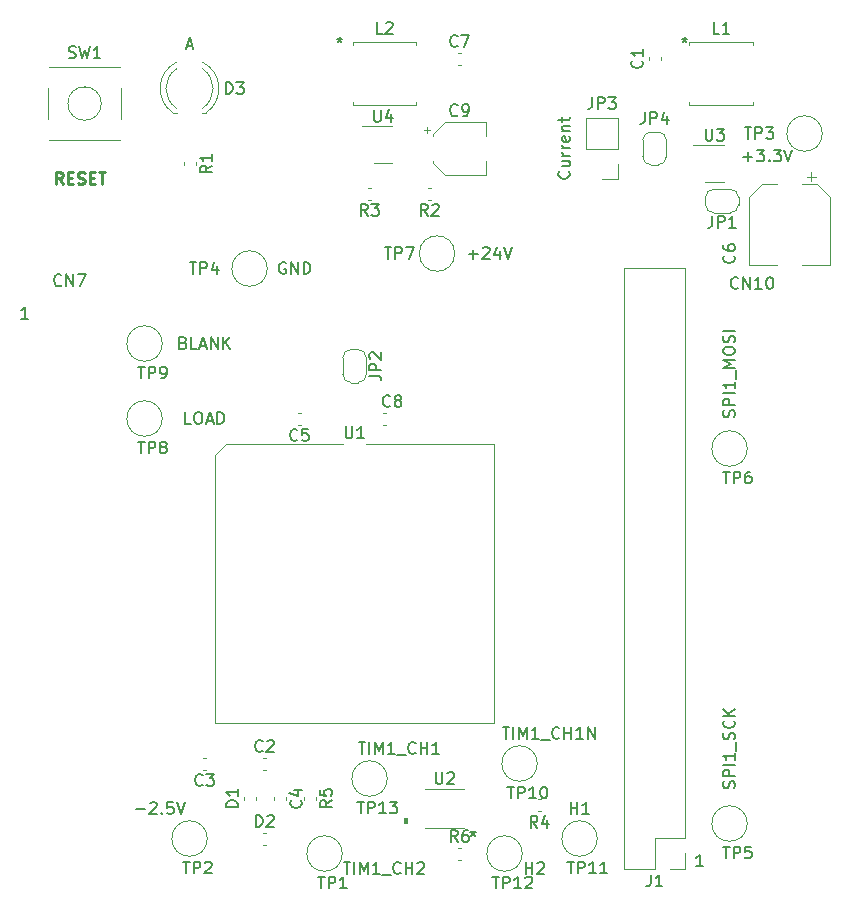
<source format=gto>
%TF.GenerationSoftware,KiCad,Pcbnew,6.0.2+dfsg-1*%
%TF.CreationDate,2023-01-11T22:24:01+09:00*%
%TF.ProjectId,Akashi-11,416b6173-6869-42d3-9131-2e6b69636164,rev?*%
%TF.SameCoordinates,Original*%
%TF.FileFunction,Legend,Top*%
%TF.FilePolarity,Positive*%
%FSLAX46Y46*%
G04 Gerber Fmt 4.6, Leading zero omitted, Abs format (unit mm)*
G04 Created by KiCad (PCBNEW 6.0.2+dfsg-1) date 2023-01-11 22:24:01*
%MOMM*%
%LPD*%
G01*
G04 APERTURE LIST*
%ADD10C,0.150000*%
%ADD11C,0.250000*%
%ADD12C,0.120000*%
%ADD13C,0.100000*%
G04 APERTURE END LIST*
D10*
X117125714Y-61412380D02*
X116554285Y-61412380D01*
X116840000Y-61412380D02*
X116840000Y-60412380D01*
X116744761Y-60555238D01*
X116649523Y-60650476D01*
X116554285Y-60698095D01*
X176934761Y-69730476D02*
X176982380Y-69587619D01*
X176982380Y-69349523D01*
X176934761Y-69254285D01*
X176887142Y-69206666D01*
X176791904Y-69159047D01*
X176696666Y-69159047D01*
X176601428Y-69206666D01*
X176553809Y-69254285D01*
X176506190Y-69349523D01*
X176458571Y-69540000D01*
X176410952Y-69635238D01*
X176363333Y-69682857D01*
X176268095Y-69730476D01*
X176172857Y-69730476D01*
X176077619Y-69682857D01*
X176030000Y-69635238D01*
X175982380Y-69540000D01*
X175982380Y-69301904D01*
X176030000Y-69159047D01*
X176982380Y-68730476D02*
X175982380Y-68730476D01*
X175982380Y-68349523D01*
X176030000Y-68254285D01*
X176077619Y-68206666D01*
X176172857Y-68159047D01*
X176315714Y-68159047D01*
X176410952Y-68206666D01*
X176458571Y-68254285D01*
X176506190Y-68349523D01*
X176506190Y-68730476D01*
X176982380Y-67730476D02*
X175982380Y-67730476D01*
X176982380Y-66730476D02*
X176982380Y-67301904D01*
X176982380Y-67016190D02*
X175982380Y-67016190D01*
X176125238Y-67111428D01*
X176220476Y-67206666D01*
X176268095Y-67301904D01*
X177077619Y-66540000D02*
X177077619Y-65778095D01*
X176982380Y-65540000D02*
X175982380Y-65540000D01*
X176696666Y-65206666D01*
X175982380Y-64873333D01*
X176982380Y-64873333D01*
X175982380Y-64206666D02*
X175982380Y-64016190D01*
X176030000Y-63920952D01*
X176125238Y-63825714D01*
X176315714Y-63778095D01*
X176649047Y-63778095D01*
X176839523Y-63825714D01*
X176934761Y-63920952D01*
X176982380Y-64016190D01*
X176982380Y-64206666D01*
X176934761Y-64301904D01*
X176839523Y-64397142D01*
X176649047Y-64444761D01*
X176315714Y-64444761D01*
X176125238Y-64397142D01*
X176030000Y-64301904D01*
X175982380Y-64206666D01*
X176934761Y-63397142D02*
X176982380Y-63254285D01*
X176982380Y-63016190D01*
X176934761Y-62920952D01*
X176887142Y-62873333D01*
X176791904Y-62825714D01*
X176696666Y-62825714D01*
X176601428Y-62873333D01*
X176553809Y-62920952D01*
X176506190Y-63016190D01*
X176458571Y-63206666D01*
X176410952Y-63301904D01*
X176363333Y-63349523D01*
X176268095Y-63397142D01*
X176172857Y-63397142D01*
X176077619Y-63349523D01*
X176030000Y-63301904D01*
X175982380Y-63206666D01*
X175982380Y-62968571D01*
X176030000Y-62825714D01*
X176982380Y-62397142D02*
X175982380Y-62397142D01*
X154448095Y-55951428D02*
X155210000Y-55951428D01*
X154829047Y-56332380D02*
X154829047Y-55570476D01*
X155638571Y-55427619D02*
X155686190Y-55380000D01*
X155781428Y-55332380D01*
X156019523Y-55332380D01*
X156114761Y-55380000D01*
X156162380Y-55427619D01*
X156210000Y-55522857D01*
X156210000Y-55618095D01*
X156162380Y-55760952D01*
X155590952Y-56332380D01*
X156210000Y-56332380D01*
X157067142Y-55665714D02*
X157067142Y-56332380D01*
X156829047Y-55284761D02*
X156590952Y-55999047D01*
X157210000Y-55999047D01*
X157448095Y-55332380D02*
X157781428Y-56332380D01*
X158114761Y-55332380D01*
X126270000Y-102941428D02*
X127031904Y-102941428D01*
X127460476Y-102417619D02*
X127508095Y-102370000D01*
X127603333Y-102322380D01*
X127841428Y-102322380D01*
X127936666Y-102370000D01*
X127984285Y-102417619D01*
X128031904Y-102512857D01*
X128031904Y-102608095D01*
X127984285Y-102750952D01*
X127412857Y-103322380D01*
X128031904Y-103322380D01*
X128460476Y-103227142D02*
X128508095Y-103274761D01*
X128460476Y-103322380D01*
X128412857Y-103274761D01*
X128460476Y-103227142D01*
X128460476Y-103322380D01*
X129412857Y-102322380D02*
X128936666Y-102322380D01*
X128889047Y-102798571D01*
X128936666Y-102750952D01*
X129031904Y-102703333D01*
X129270000Y-102703333D01*
X129365238Y-102750952D01*
X129412857Y-102798571D01*
X129460476Y-102893809D01*
X129460476Y-103131904D01*
X129412857Y-103227142D01*
X129365238Y-103274761D01*
X129270000Y-103322380D01*
X129031904Y-103322380D01*
X128936666Y-103274761D01*
X128889047Y-103227142D01*
X129746190Y-102322380D02*
X130079523Y-103322380D01*
X130412857Y-102322380D01*
X159258095Y-108402380D02*
X159258095Y-107402380D01*
X159258095Y-107878571D02*
X159829523Y-107878571D01*
X159829523Y-108402380D02*
X159829523Y-107402380D01*
X160258095Y-107497619D02*
X160305714Y-107450000D01*
X160400952Y-107402380D01*
X160639047Y-107402380D01*
X160734285Y-107450000D01*
X160781904Y-107497619D01*
X160829523Y-107592857D01*
X160829523Y-107688095D01*
X160781904Y-107830952D01*
X160210476Y-108402380D01*
X160829523Y-108402380D01*
X130294285Y-63428571D02*
X130437142Y-63476190D01*
X130484761Y-63523809D01*
X130532380Y-63619047D01*
X130532380Y-63761904D01*
X130484761Y-63857142D01*
X130437142Y-63904761D01*
X130341904Y-63952380D01*
X129960952Y-63952380D01*
X129960952Y-62952380D01*
X130294285Y-62952380D01*
X130389523Y-63000000D01*
X130437142Y-63047619D01*
X130484761Y-63142857D01*
X130484761Y-63238095D01*
X130437142Y-63333333D01*
X130389523Y-63380952D01*
X130294285Y-63428571D01*
X129960952Y-63428571D01*
X131437142Y-63952380D02*
X130960952Y-63952380D01*
X130960952Y-62952380D01*
X131722857Y-63666666D02*
X132199047Y-63666666D01*
X131627619Y-63952380D02*
X131960952Y-62952380D01*
X132294285Y-63952380D01*
X132627619Y-63952380D02*
X132627619Y-62952380D01*
X133199047Y-63952380D01*
X133199047Y-62952380D01*
X133675238Y-63952380D02*
X133675238Y-62952380D01*
X134246666Y-63952380D02*
X133818095Y-63380952D01*
X134246666Y-62952380D02*
X133675238Y-63523809D01*
X162917142Y-48918571D02*
X162964761Y-48966190D01*
X163012380Y-49109047D01*
X163012380Y-49204285D01*
X162964761Y-49347142D01*
X162869523Y-49442380D01*
X162774285Y-49490000D01*
X162583809Y-49537619D01*
X162440952Y-49537619D01*
X162250476Y-49490000D01*
X162155238Y-49442380D01*
X162060000Y-49347142D01*
X162012380Y-49204285D01*
X162012380Y-49109047D01*
X162060000Y-48966190D01*
X162107619Y-48918571D01*
X162345714Y-48061428D02*
X163012380Y-48061428D01*
X162345714Y-48490000D02*
X162869523Y-48490000D01*
X162964761Y-48442380D01*
X163012380Y-48347142D01*
X163012380Y-48204285D01*
X162964761Y-48109047D01*
X162917142Y-48061428D01*
X163012380Y-47585238D02*
X162345714Y-47585238D01*
X162536190Y-47585238D02*
X162440952Y-47537619D01*
X162393333Y-47490000D01*
X162345714Y-47394761D01*
X162345714Y-47299523D01*
X163012380Y-46966190D02*
X162345714Y-46966190D01*
X162536190Y-46966190D02*
X162440952Y-46918571D01*
X162393333Y-46870952D01*
X162345714Y-46775714D01*
X162345714Y-46680476D01*
X162964761Y-45966190D02*
X163012380Y-46061428D01*
X163012380Y-46251904D01*
X162964761Y-46347142D01*
X162869523Y-46394761D01*
X162488571Y-46394761D01*
X162393333Y-46347142D01*
X162345714Y-46251904D01*
X162345714Y-46061428D01*
X162393333Y-45966190D01*
X162488571Y-45918571D01*
X162583809Y-45918571D01*
X162679047Y-46394761D01*
X162345714Y-45490000D02*
X163012380Y-45490000D01*
X162440952Y-45490000D02*
X162393333Y-45442380D01*
X162345714Y-45347142D01*
X162345714Y-45204285D01*
X162393333Y-45109047D01*
X162488571Y-45061428D01*
X163012380Y-45061428D01*
X162345714Y-44728095D02*
X162345714Y-44347142D01*
X162012380Y-44585238D02*
X162869523Y-44585238D01*
X162964761Y-44537619D01*
X163012380Y-44442380D01*
X163012380Y-44347142D01*
X145137619Y-97242380D02*
X145709047Y-97242380D01*
X145423333Y-98242380D02*
X145423333Y-97242380D01*
X146042380Y-98242380D02*
X146042380Y-97242380D01*
X146518571Y-98242380D02*
X146518571Y-97242380D01*
X146851904Y-97956666D01*
X147185238Y-97242380D01*
X147185238Y-98242380D01*
X148185238Y-98242380D02*
X147613809Y-98242380D01*
X147899523Y-98242380D02*
X147899523Y-97242380D01*
X147804285Y-97385238D01*
X147709047Y-97480476D01*
X147613809Y-97528095D01*
X148375714Y-98337619D02*
X149137619Y-98337619D01*
X149947142Y-98147142D02*
X149899523Y-98194761D01*
X149756666Y-98242380D01*
X149661428Y-98242380D01*
X149518571Y-98194761D01*
X149423333Y-98099523D01*
X149375714Y-98004285D01*
X149328095Y-97813809D01*
X149328095Y-97670952D01*
X149375714Y-97480476D01*
X149423333Y-97385238D01*
X149518571Y-97290000D01*
X149661428Y-97242380D01*
X149756666Y-97242380D01*
X149899523Y-97290000D01*
X149947142Y-97337619D01*
X150375714Y-98242380D02*
X150375714Y-97242380D01*
X150375714Y-97718571D02*
X150947142Y-97718571D01*
X150947142Y-98242380D02*
X150947142Y-97242380D01*
X151947142Y-98242380D02*
X151375714Y-98242380D01*
X151661428Y-98242380D02*
X151661428Y-97242380D01*
X151566190Y-97385238D01*
X151470952Y-97480476D01*
X151375714Y-97528095D01*
X177705000Y-47696428D02*
X178466904Y-47696428D01*
X178085952Y-48077380D02*
X178085952Y-47315476D01*
X178847857Y-47077380D02*
X179466904Y-47077380D01*
X179133571Y-47458333D01*
X179276428Y-47458333D01*
X179371666Y-47505952D01*
X179419285Y-47553571D01*
X179466904Y-47648809D01*
X179466904Y-47886904D01*
X179419285Y-47982142D01*
X179371666Y-48029761D01*
X179276428Y-48077380D01*
X178990714Y-48077380D01*
X178895476Y-48029761D01*
X178847857Y-47982142D01*
X179895476Y-47982142D02*
X179943095Y-48029761D01*
X179895476Y-48077380D01*
X179847857Y-48029761D01*
X179895476Y-47982142D01*
X179895476Y-48077380D01*
X180276428Y-47077380D02*
X180895476Y-47077380D01*
X180562142Y-47458333D01*
X180705000Y-47458333D01*
X180800238Y-47505952D01*
X180847857Y-47553571D01*
X180895476Y-47648809D01*
X180895476Y-47886904D01*
X180847857Y-47982142D01*
X180800238Y-48029761D01*
X180705000Y-48077380D01*
X180419285Y-48077380D01*
X180324047Y-48029761D01*
X180276428Y-47982142D01*
X181181190Y-47077380D02*
X181514523Y-48077380D01*
X181847857Y-47077380D01*
D11*
X120063095Y-49982380D02*
X119729761Y-49506190D01*
X119491666Y-49982380D02*
X119491666Y-48982380D01*
X119872619Y-48982380D01*
X119967857Y-49030000D01*
X120015476Y-49077619D01*
X120063095Y-49172857D01*
X120063095Y-49315714D01*
X120015476Y-49410952D01*
X119967857Y-49458571D01*
X119872619Y-49506190D01*
X119491666Y-49506190D01*
X120491666Y-49458571D02*
X120825000Y-49458571D01*
X120967857Y-49982380D02*
X120491666Y-49982380D01*
X120491666Y-48982380D01*
X120967857Y-48982380D01*
X121348809Y-49934761D02*
X121491666Y-49982380D01*
X121729761Y-49982380D01*
X121825000Y-49934761D01*
X121872619Y-49887142D01*
X121920238Y-49791904D01*
X121920238Y-49696666D01*
X121872619Y-49601428D01*
X121825000Y-49553809D01*
X121729761Y-49506190D01*
X121539285Y-49458571D01*
X121444047Y-49410952D01*
X121396428Y-49363333D01*
X121348809Y-49268095D01*
X121348809Y-49172857D01*
X121396428Y-49077619D01*
X121444047Y-49030000D01*
X121539285Y-48982380D01*
X121777380Y-48982380D01*
X121920238Y-49030000D01*
X122348809Y-49458571D02*
X122682142Y-49458571D01*
X122825000Y-49982380D02*
X122348809Y-49982380D01*
X122348809Y-48982380D01*
X122825000Y-48982380D01*
X123110714Y-48982380D02*
X123682142Y-48982380D01*
X123396428Y-49982380D02*
X123396428Y-48982380D01*
D10*
X130937142Y-70302380D02*
X130460952Y-70302380D01*
X130460952Y-69302380D01*
X131460952Y-69302380D02*
X131651428Y-69302380D01*
X131746666Y-69350000D01*
X131841904Y-69445238D01*
X131889523Y-69635714D01*
X131889523Y-69969047D01*
X131841904Y-70159523D01*
X131746666Y-70254761D01*
X131651428Y-70302380D01*
X131460952Y-70302380D01*
X131365714Y-70254761D01*
X131270476Y-70159523D01*
X131222857Y-69969047D01*
X131222857Y-69635714D01*
X131270476Y-69445238D01*
X131365714Y-69350000D01*
X131460952Y-69302380D01*
X132270476Y-70016666D02*
X132746666Y-70016666D01*
X132175238Y-70302380D02*
X132508571Y-69302380D01*
X132841904Y-70302380D01*
X133175238Y-70302380D02*
X133175238Y-69302380D01*
X133413333Y-69302380D01*
X133556190Y-69350000D01*
X133651428Y-69445238D01*
X133699047Y-69540476D01*
X133746666Y-69730952D01*
X133746666Y-69873809D01*
X133699047Y-70064285D01*
X133651428Y-70159523D01*
X133556190Y-70254761D01*
X133413333Y-70302380D01*
X133175238Y-70302380D01*
X176934761Y-101147142D02*
X176982380Y-101004285D01*
X176982380Y-100766190D01*
X176934761Y-100670952D01*
X176887142Y-100623333D01*
X176791904Y-100575714D01*
X176696666Y-100575714D01*
X176601428Y-100623333D01*
X176553809Y-100670952D01*
X176506190Y-100766190D01*
X176458571Y-100956666D01*
X176410952Y-101051904D01*
X176363333Y-101099523D01*
X176268095Y-101147142D01*
X176172857Y-101147142D01*
X176077619Y-101099523D01*
X176030000Y-101051904D01*
X175982380Y-100956666D01*
X175982380Y-100718571D01*
X176030000Y-100575714D01*
X176982380Y-100147142D02*
X175982380Y-100147142D01*
X175982380Y-99766190D01*
X176030000Y-99670952D01*
X176077619Y-99623333D01*
X176172857Y-99575714D01*
X176315714Y-99575714D01*
X176410952Y-99623333D01*
X176458571Y-99670952D01*
X176506190Y-99766190D01*
X176506190Y-100147142D01*
X176982380Y-99147142D02*
X175982380Y-99147142D01*
X176982380Y-98147142D02*
X176982380Y-98718571D01*
X176982380Y-98432857D02*
X175982380Y-98432857D01*
X176125238Y-98528095D01*
X176220476Y-98623333D01*
X176268095Y-98718571D01*
X177077619Y-97956666D02*
X177077619Y-97194761D01*
X176934761Y-97004285D02*
X176982380Y-96861428D01*
X176982380Y-96623333D01*
X176934761Y-96528095D01*
X176887142Y-96480476D01*
X176791904Y-96432857D01*
X176696666Y-96432857D01*
X176601428Y-96480476D01*
X176553809Y-96528095D01*
X176506190Y-96623333D01*
X176458571Y-96813809D01*
X176410952Y-96909047D01*
X176363333Y-96956666D01*
X176268095Y-97004285D01*
X176172857Y-97004285D01*
X176077619Y-96956666D01*
X176030000Y-96909047D01*
X175982380Y-96813809D01*
X175982380Y-96575714D01*
X176030000Y-96432857D01*
X176887142Y-95432857D02*
X176934761Y-95480476D01*
X176982380Y-95623333D01*
X176982380Y-95718571D01*
X176934761Y-95861428D01*
X176839523Y-95956666D01*
X176744285Y-96004285D01*
X176553809Y-96051904D01*
X176410952Y-96051904D01*
X176220476Y-96004285D01*
X176125238Y-95956666D01*
X176030000Y-95861428D01*
X175982380Y-95718571D01*
X175982380Y-95623333D01*
X176030000Y-95480476D01*
X176077619Y-95432857D01*
X176982380Y-95004285D02*
X175982380Y-95004285D01*
X176982380Y-94432857D02*
X176410952Y-94861428D01*
X175982380Y-94432857D02*
X176553809Y-95004285D01*
X143867619Y-107402380D02*
X144439047Y-107402380D01*
X144153333Y-108402380D02*
X144153333Y-107402380D01*
X144772380Y-108402380D02*
X144772380Y-107402380D01*
X145248571Y-108402380D02*
X145248571Y-107402380D01*
X145581904Y-108116666D01*
X145915238Y-107402380D01*
X145915238Y-108402380D01*
X146915238Y-108402380D02*
X146343809Y-108402380D01*
X146629523Y-108402380D02*
X146629523Y-107402380D01*
X146534285Y-107545238D01*
X146439047Y-107640476D01*
X146343809Y-107688095D01*
X147105714Y-108497619D02*
X147867619Y-108497619D01*
X148677142Y-108307142D02*
X148629523Y-108354761D01*
X148486666Y-108402380D01*
X148391428Y-108402380D01*
X148248571Y-108354761D01*
X148153333Y-108259523D01*
X148105714Y-108164285D01*
X148058095Y-107973809D01*
X148058095Y-107830952D01*
X148105714Y-107640476D01*
X148153333Y-107545238D01*
X148248571Y-107450000D01*
X148391428Y-107402380D01*
X148486666Y-107402380D01*
X148629523Y-107450000D01*
X148677142Y-107497619D01*
X149105714Y-108402380D02*
X149105714Y-107402380D01*
X149105714Y-107878571D02*
X149677142Y-107878571D01*
X149677142Y-108402380D02*
X149677142Y-107402380D01*
X150105714Y-107497619D02*
X150153333Y-107450000D01*
X150248571Y-107402380D01*
X150486666Y-107402380D01*
X150581904Y-107450000D01*
X150629523Y-107497619D01*
X150677142Y-107592857D01*
X150677142Y-107688095D01*
X150629523Y-107830952D01*
X150058095Y-108402380D01*
X150677142Y-108402380D01*
X163068095Y-103322380D02*
X163068095Y-102322380D01*
X163068095Y-102798571D02*
X163639523Y-102798571D01*
X163639523Y-103322380D02*
X163639523Y-102322380D01*
X164639523Y-103322380D02*
X164068095Y-103322380D01*
X164353809Y-103322380D02*
X164353809Y-102322380D01*
X164258571Y-102465238D01*
X164163333Y-102560476D01*
X164068095Y-102608095D01*
X130571904Y-38266666D02*
X131048095Y-38266666D01*
X130476666Y-38552380D02*
X130810000Y-37552380D01*
X131143333Y-38552380D01*
X174275714Y-107767380D02*
X173704285Y-107767380D01*
X173990000Y-107767380D02*
X173990000Y-106767380D01*
X173894761Y-106910238D01*
X173799523Y-107005476D01*
X173704285Y-107053095D01*
X157313809Y-95972380D02*
X157885238Y-95972380D01*
X157599523Y-96972380D02*
X157599523Y-95972380D01*
X158218571Y-96972380D02*
X158218571Y-95972380D01*
X158694761Y-96972380D02*
X158694761Y-95972380D01*
X159028095Y-96686666D01*
X159361428Y-95972380D01*
X159361428Y-96972380D01*
X160361428Y-96972380D02*
X159790000Y-96972380D01*
X160075714Y-96972380D02*
X160075714Y-95972380D01*
X159980476Y-96115238D01*
X159885238Y-96210476D01*
X159790000Y-96258095D01*
X160551904Y-97067619D02*
X161313809Y-97067619D01*
X162123333Y-96877142D02*
X162075714Y-96924761D01*
X161932857Y-96972380D01*
X161837619Y-96972380D01*
X161694761Y-96924761D01*
X161599523Y-96829523D01*
X161551904Y-96734285D01*
X161504285Y-96543809D01*
X161504285Y-96400952D01*
X161551904Y-96210476D01*
X161599523Y-96115238D01*
X161694761Y-96020000D01*
X161837619Y-95972380D01*
X161932857Y-95972380D01*
X162075714Y-96020000D01*
X162123333Y-96067619D01*
X162551904Y-96972380D02*
X162551904Y-95972380D01*
X162551904Y-96448571D02*
X163123333Y-96448571D01*
X163123333Y-96972380D02*
X163123333Y-95972380D01*
X164123333Y-96972380D02*
X163551904Y-96972380D01*
X163837619Y-96972380D02*
X163837619Y-95972380D01*
X163742380Y-96115238D01*
X163647142Y-96210476D01*
X163551904Y-96258095D01*
X164551904Y-96972380D02*
X164551904Y-95972380D01*
X165123333Y-96972380D01*
X165123333Y-95972380D01*
X138938095Y-56650000D02*
X138842857Y-56602380D01*
X138700000Y-56602380D01*
X138557142Y-56650000D01*
X138461904Y-56745238D01*
X138414285Y-56840476D01*
X138366666Y-57030952D01*
X138366666Y-57173809D01*
X138414285Y-57364285D01*
X138461904Y-57459523D01*
X138557142Y-57554761D01*
X138700000Y-57602380D01*
X138795238Y-57602380D01*
X138938095Y-57554761D01*
X138985714Y-57507142D01*
X138985714Y-57173809D01*
X138795238Y-57173809D01*
X139414285Y-57602380D02*
X139414285Y-56602380D01*
X139985714Y-57602380D01*
X139985714Y-56602380D01*
X140461904Y-57602380D02*
X140461904Y-56602380D01*
X140700000Y-56602380D01*
X140842857Y-56650000D01*
X140938095Y-56745238D01*
X140985714Y-56840476D01*
X141033333Y-57030952D01*
X141033333Y-57173809D01*
X140985714Y-57364285D01*
X140938095Y-57459523D01*
X140842857Y-57554761D01*
X140700000Y-57602380D01*
X140461904Y-57602380D01*
%TO.C,C5*%
X139940833Y-71637142D02*
X139893214Y-71684761D01*
X139750357Y-71732380D01*
X139655119Y-71732380D01*
X139512261Y-71684761D01*
X139417023Y-71589523D01*
X139369404Y-71494285D01*
X139321785Y-71303809D01*
X139321785Y-71160952D01*
X139369404Y-70970476D01*
X139417023Y-70875238D01*
X139512261Y-70780000D01*
X139655119Y-70732380D01*
X139750357Y-70732380D01*
X139893214Y-70780000D01*
X139940833Y-70827619D01*
X140845595Y-70732380D02*
X140369404Y-70732380D01*
X140321785Y-71208571D01*
X140369404Y-71160952D01*
X140464642Y-71113333D01*
X140702738Y-71113333D01*
X140797976Y-71160952D01*
X140845595Y-71208571D01*
X140893214Y-71303809D01*
X140893214Y-71541904D01*
X140845595Y-71637142D01*
X140797976Y-71684761D01*
X140702738Y-71732380D01*
X140464642Y-71732380D01*
X140369404Y-71684761D01*
X140321785Y-71637142D01*
%TO.C,R1*%
X132692380Y-48426666D02*
X132216190Y-48760000D01*
X132692380Y-48998095D02*
X131692380Y-48998095D01*
X131692380Y-48617142D01*
X131740000Y-48521904D01*
X131787619Y-48474285D01*
X131882857Y-48426666D01*
X132025714Y-48426666D01*
X132120952Y-48474285D01*
X132168571Y-48521904D01*
X132216190Y-48617142D01*
X132216190Y-48998095D01*
X132692380Y-47474285D02*
X132692380Y-48045714D01*
X132692380Y-47760000D02*
X131692380Y-47760000D01*
X131835238Y-47855238D01*
X131930476Y-47950476D01*
X131978095Y-48045714D01*
%TO.C,R3*%
X145883333Y-52682380D02*
X145550000Y-52206190D01*
X145311904Y-52682380D02*
X145311904Y-51682380D01*
X145692857Y-51682380D01*
X145788095Y-51730000D01*
X145835714Y-51777619D01*
X145883333Y-51872857D01*
X145883333Y-52015714D01*
X145835714Y-52110952D01*
X145788095Y-52158571D01*
X145692857Y-52206190D01*
X145311904Y-52206190D01*
X146216666Y-51682380D02*
X146835714Y-51682380D01*
X146502380Y-52063333D01*
X146645238Y-52063333D01*
X146740476Y-52110952D01*
X146788095Y-52158571D01*
X146835714Y-52253809D01*
X146835714Y-52491904D01*
X146788095Y-52587142D01*
X146740476Y-52634761D01*
X146645238Y-52682380D01*
X146359523Y-52682380D01*
X146264285Y-52634761D01*
X146216666Y-52587142D01*
%TO.C,TP10*%
X157711904Y-101012380D02*
X158283333Y-101012380D01*
X157997619Y-102012380D02*
X157997619Y-101012380D01*
X158616666Y-102012380D02*
X158616666Y-101012380D01*
X158997619Y-101012380D01*
X159092857Y-101060000D01*
X159140476Y-101107619D01*
X159188095Y-101202857D01*
X159188095Y-101345714D01*
X159140476Y-101440952D01*
X159092857Y-101488571D01*
X158997619Y-101536190D01*
X158616666Y-101536190D01*
X160140476Y-102012380D02*
X159569047Y-102012380D01*
X159854761Y-102012380D02*
X159854761Y-101012380D01*
X159759523Y-101155238D01*
X159664285Y-101250476D01*
X159569047Y-101298095D01*
X160759523Y-101012380D02*
X160854761Y-101012380D01*
X160950000Y-101060000D01*
X160997619Y-101107619D01*
X161045238Y-101202857D01*
X161092857Y-101393333D01*
X161092857Y-101631428D01*
X161045238Y-101821904D01*
X160997619Y-101917142D01*
X160950000Y-101964761D01*
X160854761Y-102012380D01*
X160759523Y-102012380D01*
X160664285Y-101964761D01*
X160616666Y-101917142D01*
X160569047Y-101821904D01*
X160521428Y-101631428D01*
X160521428Y-101393333D01*
X160569047Y-101202857D01*
X160616666Y-101107619D01*
X160664285Y-101060000D01*
X160759523Y-101012380D01*
%TO.C,C7*%
X153503333Y-38297142D02*
X153455714Y-38344761D01*
X153312857Y-38392380D01*
X153217619Y-38392380D01*
X153074761Y-38344761D01*
X152979523Y-38249523D01*
X152931904Y-38154285D01*
X152884285Y-37963809D01*
X152884285Y-37820952D01*
X152931904Y-37630476D01*
X152979523Y-37535238D01*
X153074761Y-37440000D01*
X153217619Y-37392380D01*
X153312857Y-37392380D01*
X153455714Y-37440000D01*
X153503333Y-37487619D01*
X153836666Y-37392380D02*
X154503333Y-37392380D01*
X154074761Y-38392380D01*
%TO.C,R4*%
X160260833Y-104492380D02*
X159927500Y-104016190D01*
X159689404Y-104492380D02*
X159689404Y-103492380D01*
X160070357Y-103492380D01*
X160165595Y-103540000D01*
X160213214Y-103587619D01*
X160260833Y-103682857D01*
X160260833Y-103825714D01*
X160213214Y-103920952D01*
X160165595Y-103968571D01*
X160070357Y-104016190D01*
X159689404Y-104016190D01*
X161117976Y-103825714D02*
X161117976Y-104492380D01*
X160879880Y-103444761D02*
X160641785Y-104159047D01*
X161260833Y-104159047D01*
%TO.C,TP2*%
X130248095Y-107362380D02*
X130819523Y-107362380D01*
X130533809Y-108362380D02*
X130533809Y-107362380D01*
X131152857Y-108362380D02*
X131152857Y-107362380D01*
X131533809Y-107362380D01*
X131629047Y-107410000D01*
X131676666Y-107457619D01*
X131724285Y-107552857D01*
X131724285Y-107695714D01*
X131676666Y-107790952D01*
X131629047Y-107838571D01*
X131533809Y-107886190D01*
X131152857Y-107886190D01*
X132105238Y-107457619D02*
X132152857Y-107410000D01*
X132248095Y-107362380D01*
X132486190Y-107362380D01*
X132581428Y-107410000D01*
X132629047Y-107457619D01*
X132676666Y-107552857D01*
X132676666Y-107648095D01*
X132629047Y-107790952D01*
X132057619Y-108362380D01*
X132676666Y-108362380D01*
%TO.C,U4*%
X146425595Y-43722380D02*
X146425595Y-44531904D01*
X146473214Y-44627142D01*
X146520833Y-44674761D01*
X146616071Y-44722380D01*
X146806547Y-44722380D01*
X146901785Y-44674761D01*
X146949404Y-44627142D01*
X146997023Y-44531904D01*
X146997023Y-43722380D01*
X147901785Y-44055714D02*
X147901785Y-44722380D01*
X147663690Y-43674761D02*
X147425595Y-44389047D01*
X148044642Y-44389047D01*
%TO.C,TP9*%
X126438095Y-65452380D02*
X127009523Y-65452380D01*
X126723809Y-66452380D02*
X126723809Y-65452380D01*
X127342857Y-66452380D02*
X127342857Y-65452380D01*
X127723809Y-65452380D01*
X127819047Y-65500000D01*
X127866666Y-65547619D01*
X127914285Y-65642857D01*
X127914285Y-65785714D01*
X127866666Y-65880952D01*
X127819047Y-65928571D01*
X127723809Y-65976190D01*
X127342857Y-65976190D01*
X128390476Y-66452380D02*
X128580952Y-66452380D01*
X128676190Y-66404761D01*
X128723809Y-66357142D01*
X128819047Y-66214285D01*
X128866666Y-66023809D01*
X128866666Y-65642857D01*
X128819047Y-65547619D01*
X128771428Y-65500000D01*
X128676190Y-65452380D01*
X128485714Y-65452380D01*
X128390476Y-65500000D01*
X128342857Y-65547619D01*
X128295238Y-65642857D01*
X128295238Y-65880952D01*
X128342857Y-65976190D01*
X128390476Y-66023809D01*
X128485714Y-66071428D01*
X128676190Y-66071428D01*
X128771428Y-66023809D01*
X128819047Y-65976190D01*
X128866666Y-65880952D01*
%TO.C,U3*%
X174498095Y-45312380D02*
X174498095Y-46121904D01*
X174545714Y-46217142D01*
X174593333Y-46264761D01*
X174688571Y-46312380D01*
X174879047Y-46312380D01*
X174974285Y-46264761D01*
X175021904Y-46217142D01*
X175069523Y-46121904D01*
X175069523Y-45312380D01*
X175450476Y-45312380D02*
X176069523Y-45312380D01*
X175736190Y-45693333D01*
X175879047Y-45693333D01*
X175974285Y-45740952D01*
X176021904Y-45788571D01*
X176069523Y-45883809D01*
X176069523Y-46121904D01*
X176021904Y-46217142D01*
X175974285Y-46264761D01*
X175879047Y-46312380D01*
X175593333Y-46312380D01*
X175498095Y-46264761D01*
X175450476Y-46217142D01*
%TO.C,L2*%
X147153333Y-37282380D02*
X146677142Y-37282380D01*
X146677142Y-36282380D01*
X147439047Y-36377619D02*
X147486666Y-36330000D01*
X147581904Y-36282380D01*
X147820000Y-36282380D01*
X147915238Y-36330000D01*
X147962857Y-36377619D01*
X148010476Y-36472857D01*
X148010476Y-36568095D01*
X147962857Y-36710952D01*
X147391428Y-37282380D01*
X148010476Y-37282380D01*
X143510000Y-37552380D02*
X143510000Y-37790476D01*
X143271904Y-37695238D02*
X143510000Y-37790476D01*
X143748095Y-37695238D01*
X143367142Y-37980952D02*
X143510000Y-37790476D01*
X143652857Y-37980952D01*
%TO.C,TP13*%
X145011904Y-102282380D02*
X145583333Y-102282380D01*
X145297619Y-103282380D02*
X145297619Y-102282380D01*
X145916666Y-103282380D02*
X145916666Y-102282380D01*
X146297619Y-102282380D01*
X146392857Y-102330000D01*
X146440476Y-102377619D01*
X146488095Y-102472857D01*
X146488095Y-102615714D01*
X146440476Y-102710952D01*
X146392857Y-102758571D01*
X146297619Y-102806190D01*
X145916666Y-102806190D01*
X147440476Y-103282380D02*
X146869047Y-103282380D01*
X147154761Y-103282380D02*
X147154761Y-102282380D01*
X147059523Y-102425238D01*
X146964285Y-102520476D01*
X146869047Y-102568095D01*
X147773809Y-102282380D02*
X148392857Y-102282380D01*
X148059523Y-102663333D01*
X148202380Y-102663333D01*
X148297619Y-102710952D01*
X148345238Y-102758571D01*
X148392857Y-102853809D01*
X148392857Y-103091904D01*
X148345238Y-103187142D01*
X148297619Y-103234761D01*
X148202380Y-103282380D01*
X147916666Y-103282380D01*
X147821428Y-103234761D01*
X147773809Y-103187142D01*
%TO.C,TP12*%
X156441904Y-108632380D02*
X157013333Y-108632380D01*
X156727619Y-109632380D02*
X156727619Y-108632380D01*
X157346666Y-109632380D02*
X157346666Y-108632380D01*
X157727619Y-108632380D01*
X157822857Y-108680000D01*
X157870476Y-108727619D01*
X157918095Y-108822857D01*
X157918095Y-108965714D01*
X157870476Y-109060952D01*
X157822857Y-109108571D01*
X157727619Y-109156190D01*
X157346666Y-109156190D01*
X158870476Y-109632380D02*
X158299047Y-109632380D01*
X158584761Y-109632380D02*
X158584761Y-108632380D01*
X158489523Y-108775238D01*
X158394285Y-108870476D01*
X158299047Y-108918095D01*
X159251428Y-108727619D02*
X159299047Y-108680000D01*
X159394285Y-108632380D01*
X159632380Y-108632380D01*
X159727619Y-108680000D01*
X159775238Y-108727619D01*
X159822857Y-108822857D01*
X159822857Y-108918095D01*
X159775238Y-109060952D01*
X159203809Y-109632380D01*
X159822857Y-109632380D01*
%TO.C,TP7*%
X147328095Y-55332380D02*
X147899523Y-55332380D01*
X147613809Y-56332380D02*
X147613809Y-55332380D01*
X148232857Y-56332380D02*
X148232857Y-55332380D01*
X148613809Y-55332380D01*
X148709047Y-55380000D01*
X148756666Y-55427619D01*
X148804285Y-55522857D01*
X148804285Y-55665714D01*
X148756666Y-55760952D01*
X148709047Y-55808571D01*
X148613809Y-55856190D01*
X148232857Y-55856190D01*
X149137619Y-55332380D02*
X149804285Y-55332380D01*
X149375714Y-56332380D01*
%TO.C,C2*%
X136993333Y-97987142D02*
X136945714Y-98034761D01*
X136802857Y-98082380D01*
X136707619Y-98082380D01*
X136564761Y-98034761D01*
X136469523Y-97939523D01*
X136421904Y-97844285D01*
X136374285Y-97653809D01*
X136374285Y-97510952D01*
X136421904Y-97320476D01*
X136469523Y-97225238D01*
X136564761Y-97130000D01*
X136707619Y-97082380D01*
X136802857Y-97082380D01*
X136945714Y-97130000D01*
X136993333Y-97177619D01*
X137374285Y-97177619D02*
X137421904Y-97130000D01*
X137517142Y-97082380D01*
X137755238Y-97082380D01*
X137850476Y-97130000D01*
X137898095Y-97177619D01*
X137945714Y-97272857D01*
X137945714Y-97368095D01*
X137898095Y-97510952D01*
X137326666Y-98082380D01*
X137945714Y-98082380D01*
%TO.C,C6*%
X176887142Y-56046679D02*
X176934761Y-56094298D01*
X176982380Y-56237155D01*
X176982380Y-56332393D01*
X176934761Y-56475251D01*
X176839523Y-56570489D01*
X176744285Y-56618108D01*
X176553809Y-56665727D01*
X176410952Y-56665727D01*
X176220476Y-56618108D01*
X176125238Y-56570489D01*
X176030000Y-56475251D01*
X175982380Y-56332393D01*
X175982380Y-56237155D01*
X176030000Y-56094298D01*
X176077619Y-56046679D01*
X175982380Y-55189536D02*
X175982380Y-55380013D01*
X176030000Y-55475251D01*
X176077619Y-55522870D01*
X176220476Y-55618108D01*
X176410952Y-55665727D01*
X176791904Y-55665727D01*
X176887142Y-55618108D01*
X176934761Y-55570489D01*
X176982380Y-55475251D01*
X176982380Y-55284774D01*
X176934761Y-55189536D01*
X176887142Y-55141917D01*
X176791904Y-55094298D01*
X176553809Y-55094298D01*
X176458571Y-55141917D01*
X176410952Y-55189536D01*
X176363333Y-55284774D01*
X176363333Y-55475251D01*
X176410952Y-55570489D01*
X176458571Y-55618108D01*
X176553809Y-55665727D01*
%TO.C,JP1*%
X175061666Y-52687380D02*
X175061666Y-53401666D01*
X175014047Y-53544523D01*
X174918809Y-53639761D01*
X174775952Y-53687380D01*
X174680714Y-53687380D01*
X175537857Y-53687380D02*
X175537857Y-52687380D01*
X175918809Y-52687380D01*
X176014047Y-52735000D01*
X176061666Y-52782619D01*
X176109285Y-52877857D01*
X176109285Y-53020714D01*
X176061666Y-53115952D01*
X176014047Y-53163571D01*
X175918809Y-53211190D01*
X175537857Y-53211190D01*
X177061666Y-53687380D02*
X176490238Y-53687380D01*
X176775952Y-53687380D02*
X176775952Y-52687380D01*
X176680714Y-52830238D01*
X176585476Y-52925476D01*
X176490238Y-52973095D01*
%TO.C,J1*%
X169851666Y-108457380D02*
X169851666Y-109171666D01*
X169804047Y-109314523D01*
X169708809Y-109409761D01*
X169565952Y-109457380D01*
X169470714Y-109457380D01*
X170851666Y-109457380D02*
X170280238Y-109457380D01*
X170565952Y-109457380D02*
X170565952Y-108457380D01*
X170470714Y-108600238D01*
X170375476Y-108695476D01*
X170280238Y-108743095D01*
%TO.C,R5*%
X142852380Y-102174166D02*
X142376190Y-102507500D01*
X142852380Y-102745595D02*
X141852380Y-102745595D01*
X141852380Y-102364642D01*
X141900000Y-102269404D01*
X141947619Y-102221785D01*
X142042857Y-102174166D01*
X142185714Y-102174166D01*
X142280952Y-102221785D01*
X142328571Y-102269404D01*
X142376190Y-102364642D01*
X142376190Y-102745595D01*
X141852380Y-101269404D02*
X141852380Y-101745595D01*
X142328571Y-101793214D01*
X142280952Y-101745595D01*
X142233333Y-101650357D01*
X142233333Y-101412261D01*
X142280952Y-101317023D01*
X142328571Y-101269404D01*
X142423809Y-101221785D01*
X142661904Y-101221785D01*
X142757142Y-101269404D01*
X142804761Y-101317023D01*
X142852380Y-101412261D01*
X142852380Y-101650357D01*
X142804761Y-101745595D01*
X142757142Y-101793214D01*
%TO.C,C4*%
X140217142Y-102174166D02*
X140264761Y-102221785D01*
X140312380Y-102364642D01*
X140312380Y-102459880D01*
X140264761Y-102602738D01*
X140169523Y-102697976D01*
X140074285Y-102745595D01*
X139883809Y-102793214D01*
X139740952Y-102793214D01*
X139550476Y-102745595D01*
X139455238Y-102697976D01*
X139360000Y-102602738D01*
X139312380Y-102459880D01*
X139312380Y-102364642D01*
X139360000Y-102221785D01*
X139407619Y-102174166D01*
X139645714Y-101317023D02*
X140312380Y-101317023D01*
X139264761Y-101555119D02*
X139979047Y-101793214D01*
X139979047Y-101174166D01*
%TO.C,C1*%
X169107142Y-39536666D02*
X169154761Y-39584285D01*
X169202380Y-39727142D01*
X169202380Y-39822380D01*
X169154761Y-39965238D01*
X169059523Y-40060476D01*
X168964285Y-40108095D01*
X168773809Y-40155714D01*
X168630952Y-40155714D01*
X168440476Y-40108095D01*
X168345238Y-40060476D01*
X168250000Y-39965238D01*
X168202380Y-39822380D01*
X168202380Y-39727142D01*
X168250000Y-39584285D01*
X168297619Y-39536666D01*
X169202380Y-38584285D02*
X169202380Y-39155714D01*
X169202380Y-38870000D02*
X168202380Y-38870000D01*
X168345238Y-38965238D01*
X168440476Y-39060476D01*
X168488095Y-39155714D01*
%TO.C,D2*%
X136421904Y-104432380D02*
X136421904Y-103432380D01*
X136660000Y-103432380D01*
X136802857Y-103480000D01*
X136898095Y-103575238D01*
X136945714Y-103670476D01*
X136993333Y-103860952D01*
X136993333Y-104003809D01*
X136945714Y-104194285D01*
X136898095Y-104289523D01*
X136802857Y-104384761D01*
X136660000Y-104432380D01*
X136421904Y-104432380D01*
X137374285Y-103527619D02*
X137421904Y-103480000D01*
X137517142Y-103432380D01*
X137755238Y-103432380D01*
X137850476Y-103480000D01*
X137898095Y-103527619D01*
X137945714Y-103622857D01*
X137945714Y-103718095D01*
X137898095Y-103860952D01*
X137326666Y-104432380D01*
X137945714Y-104432380D01*
%TO.C,R2*%
X150963333Y-52682380D02*
X150630000Y-52206190D01*
X150391904Y-52682380D02*
X150391904Y-51682380D01*
X150772857Y-51682380D01*
X150868095Y-51730000D01*
X150915714Y-51777619D01*
X150963333Y-51872857D01*
X150963333Y-52015714D01*
X150915714Y-52110952D01*
X150868095Y-52158571D01*
X150772857Y-52206190D01*
X150391904Y-52206190D01*
X151344285Y-51777619D02*
X151391904Y-51730000D01*
X151487142Y-51682380D01*
X151725238Y-51682380D01*
X151820476Y-51730000D01*
X151868095Y-51777619D01*
X151915714Y-51872857D01*
X151915714Y-51968095D01*
X151868095Y-52110952D01*
X151296666Y-52682380D01*
X151915714Y-52682380D01*
%TO.C,D3*%
X133881904Y-42362380D02*
X133881904Y-41362380D01*
X134120000Y-41362380D01*
X134262857Y-41410000D01*
X134358095Y-41505238D01*
X134405714Y-41600476D01*
X134453333Y-41790952D01*
X134453333Y-41933809D01*
X134405714Y-42124285D01*
X134358095Y-42219523D01*
X134262857Y-42314761D01*
X134120000Y-42362380D01*
X133881904Y-42362380D01*
X134786666Y-41362380D02*
X135405714Y-41362380D01*
X135072380Y-41743333D01*
X135215238Y-41743333D01*
X135310476Y-41790952D01*
X135358095Y-41838571D01*
X135405714Y-41933809D01*
X135405714Y-42171904D01*
X135358095Y-42267142D01*
X135310476Y-42314761D01*
X135215238Y-42362380D01*
X134929523Y-42362380D01*
X134834285Y-42314761D01*
X134786666Y-42267142D01*
%TO.C,C8*%
X147788333Y-68777142D02*
X147740714Y-68824761D01*
X147597857Y-68872380D01*
X147502619Y-68872380D01*
X147359761Y-68824761D01*
X147264523Y-68729523D01*
X147216904Y-68634285D01*
X147169285Y-68443809D01*
X147169285Y-68300952D01*
X147216904Y-68110476D01*
X147264523Y-68015238D01*
X147359761Y-67920000D01*
X147502619Y-67872380D01*
X147597857Y-67872380D01*
X147740714Y-67920000D01*
X147788333Y-67967619D01*
X148359761Y-68300952D02*
X148264523Y-68253333D01*
X148216904Y-68205714D01*
X148169285Y-68110476D01*
X148169285Y-68062857D01*
X148216904Y-67967619D01*
X148264523Y-67920000D01*
X148359761Y-67872380D01*
X148550238Y-67872380D01*
X148645476Y-67920000D01*
X148693095Y-67967619D01*
X148740714Y-68062857D01*
X148740714Y-68110476D01*
X148693095Y-68205714D01*
X148645476Y-68253333D01*
X148550238Y-68300952D01*
X148359761Y-68300952D01*
X148264523Y-68348571D01*
X148216904Y-68396190D01*
X148169285Y-68491428D01*
X148169285Y-68681904D01*
X148216904Y-68777142D01*
X148264523Y-68824761D01*
X148359761Y-68872380D01*
X148550238Y-68872380D01*
X148645476Y-68824761D01*
X148693095Y-68777142D01*
X148740714Y-68681904D01*
X148740714Y-68491428D01*
X148693095Y-68396190D01*
X148645476Y-68348571D01*
X148550238Y-68300952D01*
%TO.C,R6*%
X153503333Y-105702380D02*
X153170000Y-105226190D01*
X152931904Y-105702380D02*
X152931904Y-104702380D01*
X153312857Y-104702380D01*
X153408095Y-104750000D01*
X153455714Y-104797619D01*
X153503333Y-104892857D01*
X153503333Y-105035714D01*
X153455714Y-105130952D01*
X153408095Y-105178571D01*
X153312857Y-105226190D01*
X152931904Y-105226190D01*
X154360476Y-104702380D02*
X154170000Y-104702380D01*
X154074761Y-104750000D01*
X154027142Y-104797619D01*
X153931904Y-104940476D01*
X153884285Y-105130952D01*
X153884285Y-105511904D01*
X153931904Y-105607142D01*
X153979523Y-105654761D01*
X154074761Y-105702380D01*
X154265238Y-105702380D01*
X154360476Y-105654761D01*
X154408095Y-105607142D01*
X154455714Y-105511904D01*
X154455714Y-105273809D01*
X154408095Y-105178571D01*
X154360476Y-105130952D01*
X154265238Y-105083333D01*
X154074761Y-105083333D01*
X153979523Y-105130952D01*
X153931904Y-105178571D01*
X153884285Y-105273809D01*
%TO.C,U2*%
X151638095Y-99782380D02*
X151638095Y-100591904D01*
X151685714Y-100687142D01*
X151733333Y-100734761D01*
X151828571Y-100782380D01*
X152019047Y-100782380D01*
X152114285Y-100734761D01*
X152161904Y-100687142D01*
X152209523Y-100591904D01*
X152209523Y-99782380D01*
X152638095Y-99877619D02*
X152685714Y-99830000D01*
X152780952Y-99782380D01*
X153019047Y-99782380D01*
X153114285Y-99830000D01*
X153161904Y-99877619D01*
X153209523Y-99972857D01*
X153209523Y-100068095D01*
X153161904Y-100210952D01*
X152590476Y-100782380D01*
X153209523Y-100782380D01*
X154825700Y-104744780D02*
X154825700Y-104982876D01*
X154587604Y-104887638D02*
X154825700Y-104982876D01*
X155063795Y-104887638D01*
X154682842Y-105173352D02*
X154825700Y-104982876D01*
X154968557Y-105173352D01*
%TO.C,TP4*%
X130818095Y-56602380D02*
X131389523Y-56602380D01*
X131103809Y-57602380D02*
X131103809Y-56602380D01*
X131722857Y-57602380D02*
X131722857Y-56602380D01*
X132103809Y-56602380D01*
X132199047Y-56650000D01*
X132246666Y-56697619D01*
X132294285Y-56792857D01*
X132294285Y-56935714D01*
X132246666Y-57030952D01*
X132199047Y-57078571D01*
X132103809Y-57126190D01*
X131722857Y-57126190D01*
X133151428Y-56935714D02*
X133151428Y-57602380D01*
X132913333Y-56554761D02*
X132675238Y-57269047D01*
X133294285Y-57269047D01*
%TO.C,TP5*%
X175968095Y-106092380D02*
X176539523Y-106092380D01*
X176253809Y-107092380D02*
X176253809Y-106092380D01*
X176872857Y-107092380D02*
X176872857Y-106092380D01*
X177253809Y-106092380D01*
X177349047Y-106140000D01*
X177396666Y-106187619D01*
X177444285Y-106282857D01*
X177444285Y-106425714D01*
X177396666Y-106520952D01*
X177349047Y-106568571D01*
X177253809Y-106616190D01*
X176872857Y-106616190D01*
X178349047Y-106092380D02*
X177872857Y-106092380D01*
X177825238Y-106568571D01*
X177872857Y-106520952D01*
X177968095Y-106473333D01*
X178206190Y-106473333D01*
X178301428Y-106520952D01*
X178349047Y-106568571D01*
X178396666Y-106663809D01*
X178396666Y-106901904D01*
X178349047Y-106997142D01*
X178301428Y-107044761D01*
X178206190Y-107092380D01*
X177968095Y-107092380D01*
X177872857Y-107044761D01*
X177825238Y-106997142D01*
%TO.C,JP3*%
X164901666Y-42632380D02*
X164901666Y-43346666D01*
X164854047Y-43489523D01*
X164758809Y-43584761D01*
X164615952Y-43632380D01*
X164520714Y-43632380D01*
X165377857Y-43632380D02*
X165377857Y-42632380D01*
X165758809Y-42632380D01*
X165854047Y-42680000D01*
X165901666Y-42727619D01*
X165949285Y-42822857D01*
X165949285Y-42965714D01*
X165901666Y-43060952D01*
X165854047Y-43108571D01*
X165758809Y-43156190D01*
X165377857Y-43156190D01*
X166282619Y-42632380D02*
X166901666Y-42632380D01*
X166568333Y-43013333D01*
X166711190Y-43013333D01*
X166806428Y-43060952D01*
X166854047Y-43108571D01*
X166901666Y-43203809D01*
X166901666Y-43441904D01*
X166854047Y-43537142D01*
X166806428Y-43584761D01*
X166711190Y-43632380D01*
X166425476Y-43632380D01*
X166330238Y-43584761D01*
X166282619Y-43537142D01*
%TO.C,C9*%
X153503333Y-44147142D02*
X153455714Y-44194761D01*
X153312857Y-44242380D01*
X153217619Y-44242380D01*
X153074761Y-44194761D01*
X152979523Y-44099523D01*
X152931904Y-44004285D01*
X152884285Y-43813809D01*
X152884285Y-43670952D01*
X152931904Y-43480476D01*
X152979523Y-43385238D01*
X153074761Y-43290000D01*
X153217619Y-43242380D01*
X153312857Y-43242380D01*
X153455714Y-43290000D01*
X153503333Y-43337619D01*
X153979523Y-44242380D02*
X154170000Y-44242380D01*
X154265238Y-44194761D01*
X154312857Y-44147142D01*
X154408095Y-44004285D01*
X154455714Y-43813809D01*
X154455714Y-43432857D01*
X154408095Y-43337619D01*
X154360476Y-43290000D01*
X154265238Y-43242380D01*
X154074761Y-43242380D01*
X153979523Y-43290000D01*
X153931904Y-43337619D01*
X153884285Y-43432857D01*
X153884285Y-43670952D01*
X153931904Y-43766190D01*
X153979523Y-43813809D01*
X154074761Y-43861428D01*
X154265238Y-43861428D01*
X154360476Y-43813809D01*
X154408095Y-43766190D01*
X154455714Y-43670952D01*
%TO.C,D1*%
X134912380Y-102745595D02*
X133912380Y-102745595D01*
X133912380Y-102507500D01*
X133960000Y-102364642D01*
X134055238Y-102269404D01*
X134150476Y-102221785D01*
X134340952Y-102174166D01*
X134483809Y-102174166D01*
X134674285Y-102221785D01*
X134769523Y-102269404D01*
X134864761Y-102364642D01*
X134912380Y-102507500D01*
X134912380Y-102745595D01*
X134912380Y-101221785D02*
X134912380Y-101793214D01*
X134912380Y-101507500D02*
X133912380Y-101507500D01*
X134055238Y-101602738D01*
X134150476Y-101697976D01*
X134198095Y-101793214D01*
%TO.C,TP3*%
X177808095Y-45172380D02*
X178379523Y-45172380D01*
X178093809Y-46172380D02*
X178093809Y-45172380D01*
X178712857Y-46172380D02*
X178712857Y-45172380D01*
X179093809Y-45172380D01*
X179189047Y-45220000D01*
X179236666Y-45267619D01*
X179284285Y-45362857D01*
X179284285Y-45505714D01*
X179236666Y-45600952D01*
X179189047Y-45648571D01*
X179093809Y-45696190D01*
X178712857Y-45696190D01*
X179617619Y-45172380D02*
X180236666Y-45172380D01*
X179903333Y-45553333D01*
X180046190Y-45553333D01*
X180141428Y-45600952D01*
X180189047Y-45648571D01*
X180236666Y-45743809D01*
X180236666Y-45981904D01*
X180189047Y-46077142D01*
X180141428Y-46124761D01*
X180046190Y-46172380D01*
X179760476Y-46172380D01*
X179665238Y-46124761D01*
X179617619Y-46077142D01*
%TO.C,L1*%
X175652133Y-37282380D02*
X175175942Y-37282380D01*
X175175942Y-36282380D01*
X176509276Y-37282380D02*
X175937847Y-37282380D01*
X176223561Y-37282380D02*
X176223561Y-36282380D01*
X176128323Y-36425238D01*
X176033085Y-36520476D01*
X175937847Y-36568095D01*
X172720000Y-37552380D02*
X172720000Y-37790476D01*
X172481904Y-37695238D02*
X172720000Y-37790476D01*
X172958095Y-37695238D01*
X172577142Y-37980952D02*
X172720000Y-37790476D01*
X172862857Y-37980952D01*
%TO.C,C3*%
X131913333Y-100847142D02*
X131865714Y-100894761D01*
X131722857Y-100942380D01*
X131627619Y-100942380D01*
X131484761Y-100894761D01*
X131389523Y-100799523D01*
X131341904Y-100704285D01*
X131294285Y-100513809D01*
X131294285Y-100370952D01*
X131341904Y-100180476D01*
X131389523Y-100085238D01*
X131484761Y-99990000D01*
X131627619Y-99942380D01*
X131722857Y-99942380D01*
X131865714Y-99990000D01*
X131913333Y-100037619D01*
X132246666Y-99942380D02*
X132865714Y-99942380D01*
X132532380Y-100323333D01*
X132675238Y-100323333D01*
X132770476Y-100370952D01*
X132818095Y-100418571D01*
X132865714Y-100513809D01*
X132865714Y-100751904D01*
X132818095Y-100847142D01*
X132770476Y-100894761D01*
X132675238Y-100942380D01*
X132389523Y-100942380D01*
X132294285Y-100894761D01*
X132246666Y-100847142D01*
%TO.C,TP6*%
X175968095Y-74342380D02*
X176539523Y-74342380D01*
X176253809Y-75342380D02*
X176253809Y-74342380D01*
X176872857Y-75342380D02*
X176872857Y-74342380D01*
X177253809Y-74342380D01*
X177349047Y-74390000D01*
X177396666Y-74437619D01*
X177444285Y-74532857D01*
X177444285Y-74675714D01*
X177396666Y-74770952D01*
X177349047Y-74818571D01*
X177253809Y-74866190D01*
X176872857Y-74866190D01*
X178301428Y-74342380D02*
X178110952Y-74342380D01*
X178015714Y-74390000D01*
X177968095Y-74437619D01*
X177872857Y-74580476D01*
X177825238Y-74770952D01*
X177825238Y-75151904D01*
X177872857Y-75247142D01*
X177920476Y-75294761D01*
X178015714Y-75342380D01*
X178206190Y-75342380D01*
X178301428Y-75294761D01*
X178349047Y-75247142D01*
X178396666Y-75151904D01*
X178396666Y-74913809D01*
X178349047Y-74818571D01*
X178301428Y-74770952D01*
X178206190Y-74723333D01*
X178015714Y-74723333D01*
X177920476Y-74770952D01*
X177872857Y-74818571D01*
X177825238Y-74913809D01*
%TO.C,JP4*%
X169346666Y-43902380D02*
X169346666Y-44616666D01*
X169299047Y-44759523D01*
X169203809Y-44854761D01*
X169060952Y-44902380D01*
X168965714Y-44902380D01*
X169822857Y-44902380D02*
X169822857Y-43902380D01*
X170203809Y-43902380D01*
X170299047Y-43950000D01*
X170346666Y-43997619D01*
X170394285Y-44092857D01*
X170394285Y-44235714D01*
X170346666Y-44330952D01*
X170299047Y-44378571D01*
X170203809Y-44426190D01*
X169822857Y-44426190D01*
X171251428Y-44235714D02*
X171251428Y-44902380D01*
X171013333Y-43854761D02*
X170775238Y-44569047D01*
X171394285Y-44569047D01*
%TO.C,U1*%
X144018095Y-70522380D02*
X144018095Y-71331904D01*
X144065714Y-71427142D01*
X144113333Y-71474761D01*
X144208571Y-71522380D01*
X144399047Y-71522380D01*
X144494285Y-71474761D01*
X144541904Y-71427142D01*
X144589523Y-71331904D01*
X144589523Y-70522380D01*
X145589523Y-71522380D02*
X145018095Y-71522380D01*
X145303809Y-71522380D02*
X145303809Y-70522380D01*
X145208571Y-70665238D01*
X145113333Y-70760476D01*
X145018095Y-70808095D01*
%TO.C,TP11*%
X162791904Y-107362380D02*
X163363333Y-107362380D01*
X163077619Y-108362380D02*
X163077619Y-107362380D01*
X163696666Y-108362380D02*
X163696666Y-107362380D01*
X164077619Y-107362380D01*
X164172857Y-107410000D01*
X164220476Y-107457619D01*
X164268095Y-107552857D01*
X164268095Y-107695714D01*
X164220476Y-107790952D01*
X164172857Y-107838571D01*
X164077619Y-107886190D01*
X163696666Y-107886190D01*
X165220476Y-108362380D02*
X164649047Y-108362380D01*
X164934761Y-108362380D02*
X164934761Y-107362380D01*
X164839523Y-107505238D01*
X164744285Y-107600476D01*
X164649047Y-107648095D01*
X166172857Y-108362380D02*
X165601428Y-108362380D01*
X165887142Y-108362380D02*
X165887142Y-107362380D01*
X165791904Y-107505238D01*
X165696666Y-107600476D01*
X165601428Y-107648095D01*
%TO.C,TP8*%
X126438095Y-71802380D02*
X127009523Y-71802380D01*
X126723809Y-72802380D02*
X126723809Y-71802380D01*
X127342857Y-72802380D02*
X127342857Y-71802380D01*
X127723809Y-71802380D01*
X127819047Y-71850000D01*
X127866666Y-71897619D01*
X127914285Y-71992857D01*
X127914285Y-72135714D01*
X127866666Y-72230952D01*
X127819047Y-72278571D01*
X127723809Y-72326190D01*
X127342857Y-72326190D01*
X128485714Y-72230952D02*
X128390476Y-72183333D01*
X128342857Y-72135714D01*
X128295238Y-72040476D01*
X128295238Y-71992857D01*
X128342857Y-71897619D01*
X128390476Y-71850000D01*
X128485714Y-71802380D01*
X128676190Y-71802380D01*
X128771428Y-71850000D01*
X128819047Y-71897619D01*
X128866666Y-71992857D01*
X128866666Y-72040476D01*
X128819047Y-72135714D01*
X128771428Y-72183333D01*
X128676190Y-72230952D01*
X128485714Y-72230952D01*
X128390476Y-72278571D01*
X128342857Y-72326190D01*
X128295238Y-72421428D01*
X128295238Y-72611904D01*
X128342857Y-72707142D01*
X128390476Y-72754761D01*
X128485714Y-72802380D01*
X128676190Y-72802380D01*
X128771428Y-72754761D01*
X128819047Y-72707142D01*
X128866666Y-72611904D01*
X128866666Y-72421428D01*
X128819047Y-72326190D01*
X128771428Y-72278571D01*
X128676190Y-72230952D01*
%TO.C,SW1*%
X120586666Y-39284761D02*
X120729523Y-39332380D01*
X120967619Y-39332380D01*
X121062857Y-39284761D01*
X121110476Y-39237142D01*
X121158095Y-39141904D01*
X121158095Y-39046666D01*
X121110476Y-38951428D01*
X121062857Y-38903809D01*
X120967619Y-38856190D01*
X120777142Y-38808571D01*
X120681904Y-38760952D01*
X120634285Y-38713333D01*
X120586666Y-38618095D01*
X120586666Y-38522857D01*
X120634285Y-38427619D01*
X120681904Y-38380000D01*
X120777142Y-38332380D01*
X121015238Y-38332380D01*
X121158095Y-38380000D01*
X121491428Y-38332380D02*
X121729523Y-39332380D01*
X121920000Y-38618095D01*
X122110476Y-39332380D01*
X122348571Y-38332380D01*
X123253333Y-39332380D02*
X122681904Y-39332380D01*
X122967619Y-39332380D02*
X122967619Y-38332380D01*
X122872380Y-38475238D01*
X122777142Y-38570476D01*
X122681904Y-38618095D01*
%TO.C,TP1*%
X141678095Y-108632380D02*
X142249523Y-108632380D01*
X141963809Y-109632380D02*
X141963809Y-108632380D01*
X142582857Y-109632380D02*
X142582857Y-108632380D01*
X142963809Y-108632380D01*
X143059047Y-108680000D01*
X143106666Y-108727619D01*
X143154285Y-108822857D01*
X143154285Y-108965714D01*
X143106666Y-109060952D01*
X143059047Y-109108571D01*
X142963809Y-109156190D01*
X142582857Y-109156190D01*
X144106666Y-109632380D02*
X143535238Y-109632380D01*
X143820952Y-109632380D02*
X143820952Y-108632380D01*
X143725714Y-108775238D01*
X143630476Y-108870476D01*
X143535238Y-108918095D01*
%TO.C,JP2*%
X146032380Y-66238333D02*
X146746666Y-66238333D01*
X146889523Y-66285952D01*
X146984761Y-66381190D01*
X147032380Y-66524047D01*
X147032380Y-66619285D01*
X147032380Y-65762142D02*
X146032380Y-65762142D01*
X146032380Y-65381190D01*
X146080000Y-65285952D01*
X146127619Y-65238333D01*
X146222857Y-65190714D01*
X146365714Y-65190714D01*
X146460952Y-65238333D01*
X146508571Y-65285952D01*
X146556190Y-65381190D01*
X146556190Y-65762142D01*
X146127619Y-64809761D02*
X146080000Y-64762142D01*
X146032380Y-64666904D01*
X146032380Y-64428809D01*
X146080000Y-64333571D01*
X146127619Y-64285952D01*
X146222857Y-64238333D01*
X146318095Y-64238333D01*
X146460952Y-64285952D01*
X147032380Y-64857380D01*
X147032380Y-64238333D01*
%TO.C,CN10*%
X177268333Y-58777142D02*
X177220714Y-58824761D01*
X177077857Y-58872380D01*
X176982619Y-58872380D01*
X176839761Y-58824761D01*
X176744523Y-58729523D01*
X176696904Y-58634285D01*
X176649285Y-58443809D01*
X176649285Y-58300952D01*
X176696904Y-58110476D01*
X176744523Y-58015238D01*
X176839761Y-57920000D01*
X176982619Y-57872380D01*
X177077857Y-57872380D01*
X177220714Y-57920000D01*
X177268333Y-57967619D01*
X177696904Y-58872380D02*
X177696904Y-57872380D01*
X178268333Y-58872380D01*
X178268333Y-57872380D01*
X179268333Y-58872380D02*
X178696904Y-58872380D01*
X178982619Y-58872380D02*
X178982619Y-57872380D01*
X178887380Y-58015238D01*
X178792142Y-58110476D01*
X178696904Y-58158095D01*
X179887380Y-57872380D02*
X179982619Y-57872380D01*
X180077857Y-57920000D01*
X180125476Y-57967619D01*
X180173095Y-58062857D01*
X180220714Y-58253333D01*
X180220714Y-58491428D01*
X180173095Y-58681904D01*
X180125476Y-58777142D01*
X180077857Y-58824761D01*
X179982619Y-58872380D01*
X179887380Y-58872380D01*
X179792142Y-58824761D01*
X179744523Y-58777142D01*
X179696904Y-58681904D01*
X179649285Y-58491428D01*
X179649285Y-58253333D01*
X179696904Y-58062857D01*
X179744523Y-57967619D01*
X179792142Y-57920000D01*
X179887380Y-57872380D01*
%TO.C,CN7*%
X119959523Y-58547142D02*
X119911904Y-58594761D01*
X119769047Y-58642380D01*
X119673809Y-58642380D01*
X119530952Y-58594761D01*
X119435714Y-58499523D01*
X119388095Y-58404285D01*
X119340476Y-58213809D01*
X119340476Y-58070952D01*
X119388095Y-57880476D01*
X119435714Y-57785238D01*
X119530952Y-57690000D01*
X119673809Y-57642380D01*
X119769047Y-57642380D01*
X119911904Y-57690000D01*
X119959523Y-57737619D01*
X120388095Y-58642380D02*
X120388095Y-57642380D01*
X120959523Y-58642380D01*
X120959523Y-57642380D01*
X121340476Y-57642380D02*
X122007142Y-57642380D01*
X121578571Y-58642380D01*
D12*
%TO.C,C5*%
X140253767Y-70360000D02*
X139961233Y-70360000D01*
X140253767Y-69340000D02*
X139961233Y-69340000D01*
%TO.C,R1*%
X130300000Y-48113733D02*
X130300000Y-48406267D01*
X131320000Y-48113733D02*
X131320000Y-48406267D01*
%TO.C,R3*%
X146196267Y-50290000D02*
X145903733Y-50290000D01*
X146196267Y-51310000D02*
X145903733Y-51310000D01*
%TO.C,TP10*%
X160250000Y-99060000D02*
G75*
G03*
X160250000Y-99060000I-1500000J0D01*
G01*
%TO.C,C7*%
X153523733Y-39880000D02*
X153816267Y-39880000D01*
X153523733Y-38860000D02*
X153816267Y-38860000D01*
%TO.C,R4*%
X160573767Y-103120000D02*
X160281233Y-103120000D01*
X160573767Y-102100000D02*
X160281233Y-102100000D01*
%TO.C,TP2*%
X132310000Y-105410000D02*
G75*
G03*
X132310000Y-105410000I-1500000J0D01*
G01*
%TO.C,U4*%
X147187500Y-45110000D02*
X145387500Y-45110000D01*
X147187500Y-48230000D02*
X146387500Y-48230000D01*
X147187500Y-45110000D02*
X147987500Y-45110000D01*
X147187500Y-48230000D02*
X147987500Y-48230000D01*
%TO.C,TP9*%
X128500000Y-63500000D02*
G75*
G03*
X128500000Y-63500000I-1500000J0D01*
G01*
%TO.C,U3*%
X175260000Y-46700000D02*
X176060000Y-46700000D01*
X175260000Y-46700000D02*
X173460000Y-46700000D01*
X175260000Y-49820000D02*
X176060000Y-49820000D01*
X175260000Y-49820000D02*
X174460000Y-49820000D01*
%TO.C,L2*%
X149999700Y-37960300D02*
X144640300Y-37960300D01*
X144640300Y-37960300D02*
X144640300Y-38262560D01*
X149999700Y-43319700D02*
X149999700Y-43017440D01*
X149999700Y-38262560D02*
X149999700Y-37960300D01*
X144640300Y-43319700D02*
X149999700Y-43319700D01*
X144640300Y-43017440D02*
X144640300Y-43319700D01*
%TO.C,TP13*%
X147550000Y-100330000D02*
G75*
G03*
X147550000Y-100330000I-1500000J0D01*
G01*
%TO.C,TP12*%
X158980000Y-106680000D02*
G75*
G03*
X158980000Y-106680000I-1500000J0D01*
G01*
%TO.C,TP7*%
X153265000Y-55880000D02*
G75*
G03*
X153265000Y-55880000I-1500000J0D01*
G01*
%TO.C,C2*%
X137013733Y-99570000D02*
X137306267Y-99570000D01*
X137013733Y-98550000D02*
X137306267Y-98550000D01*
%TO.C,C6*%
X183851250Y-49361150D02*
X183063750Y-49361150D01*
X178200000Y-56814900D02*
X180550000Y-56814900D01*
X179264437Y-49994900D02*
X178200000Y-51059337D01*
X178200000Y-51059337D02*
X178200000Y-56814900D01*
X183955563Y-49994900D02*
X182670000Y-49994900D01*
X185020000Y-51059337D02*
X185020000Y-56814900D01*
X183457500Y-48967400D02*
X183457500Y-49754900D01*
X183955563Y-49994900D02*
X185020000Y-51059337D01*
X185020000Y-56814900D02*
X182670000Y-56814900D01*
X179264437Y-49994900D02*
X180550000Y-49994900D01*
%TO.C,JP1*%
X174495000Y-51735000D02*
X174495000Y-51135000D01*
X177295000Y-51135000D02*
X177295000Y-51735000D01*
X175195000Y-50435000D02*
X176595000Y-50435000D01*
X176595000Y-52435000D02*
X175195000Y-52435000D01*
X176595000Y-52435000D02*
G75*
G03*
X177295000Y-51735000I1J699999D01*
G01*
X175195000Y-50435000D02*
G75*
G03*
X174495000Y-51135000I-1J-699999D01*
G01*
X177295000Y-51135000D02*
G75*
G03*
X176595000Y-50435000I-699999J1D01*
G01*
X174495000Y-51735000D02*
G75*
G03*
X175195000Y-52435000I699999J-1D01*
G01*
%TO.C,J1*%
X172785000Y-106675000D02*
X172785000Y-108005000D01*
X170185000Y-108005000D02*
X167585000Y-108005000D01*
X167585000Y-108005000D02*
X167585000Y-57085000D01*
X172785000Y-105405000D02*
X170185000Y-105405000D01*
X172785000Y-57085000D02*
X167585000Y-57085000D01*
X170185000Y-105405000D02*
X170185000Y-108005000D01*
X172785000Y-105405000D02*
X172785000Y-57085000D01*
X172785000Y-108005000D02*
X171455000Y-108005000D01*
%TO.C,R5*%
X140460000Y-101861233D02*
X140460000Y-102153767D01*
X141480000Y-101861233D02*
X141480000Y-102153767D01*
%TO.C,C4*%
X137920000Y-101861233D02*
X137920000Y-102153767D01*
X138940000Y-101861233D02*
X138940000Y-102153767D01*
%TO.C,C1*%
X170690000Y-39516267D02*
X170690000Y-39223733D01*
X169670000Y-39516267D02*
X169670000Y-39223733D01*
%TO.C,D2*%
X137013733Y-104900000D02*
X137306267Y-104900000D01*
X137013733Y-105920000D02*
X137306267Y-105920000D01*
%TO.C,R2*%
X151276267Y-50290000D02*
X150983733Y-50290000D01*
X151276267Y-51310000D02*
X150983733Y-51310000D01*
%TO.C,D3*%
X129411000Y-43970000D02*
X129730000Y-43970000D01*
X131890000Y-43970000D02*
X132209000Y-43970000D01*
X131890000Y-43593330D02*
G75*
G03*
X131890961Y-40227287I-1080000J1683330D01*
G01*
X132208749Y-43970000D02*
G75*
G03*
X131890724Y-39666758I-1398748J2060000D01*
G01*
X129729039Y-40227287D02*
G75*
G03*
X129730000Y-43593330I1080961J-1682713D01*
G01*
X129729276Y-39666758D02*
G75*
G03*
X129411251Y-43970000I1080723J-2243242D01*
G01*
%TO.C,C8*%
X147173733Y-69340000D02*
X147466267Y-69340000D01*
X147173733Y-70360000D02*
X147466267Y-70360000D01*
%TO.C,R6*%
X153523733Y-107190000D02*
X153816267Y-107190000D01*
X153523733Y-106170000D02*
X153816267Y-106170000D01*
%TO.C,U2*%
X154051000Y-101219000D02*
X150749000Y-101219000D01*
X150749000Y-104521000D02*
X154051000Y-104521000D01*
D13*
X149009100Y-104060501D02*
X149009100Y-103679501D01*
X149009100Y-103679501D02*
X149263100Y-103679501D01*
X149263100Y-103679501D02*
X149263100Y-104060501D01*
X149263100Y-104060501D02*
X149009100Y-104060501D01*
G36*
X149263100Y-104060501D02*
G01*
X149009100Y-104060501D01*
X149009100Y-103679501D01*
X149263100Y-103679501D01*
X149263100Y-104060501D01*
G37*
X149263100Y-104060501D02*
X149009100Y-104060501D01*
X149009100Y-103679501D01*
X149263100Y-103679501D01*
X149263100Y-104060501D01*
D12*
%TO.C,TP4*%
X137390000Y-57150000D02*
G75*
G03*
X137390000Y-57150000I-1500000J0D01*
G01*
%TO.C,TP5*%
X178030000Y-104140000D02*
G75*
G03*
X178030000Y-104140000I-1500000J0D01*
G01*
%TO.C,JP3*%
X164405000Y-46990000D02*
X164405000Y-44390000D01*
X167065000Y-49590000D02*
X165735000Y-49590000D01*
X167065000Y-46990000D02*
X167065000Y-44390000D01*
X167065000Y-46990000D02*
X164405000Y-46990000D01*
X167065000Y-48260000D02*
X167065000Y-49590000D01*
X167065000Y-44390000D02*
X164405000Y-44390000D01*
%TO.C,C9*%
X155930000Y-49250000D02*
X155930000Y-48050000D01*
X151410000Y-45794437D02*
X152474437Y-44730000D01*
X155930000Y-44730000D02*
X155930000Y-45930000D01*
X150670000Y-45430000D02*
X151170000Y-45430000D01*
X150920000Y-45180000D02*
X150920000Y-45680000D01*
X151410000Y-48185563D02*
X151410000Y-48050000D01*
X152474437Y-49250000D02*
X155930000Y-49250000D01*
X151410000Y-45794437D02*
X151410000Y-45930000D01*
X152474437Y-44730000D02*
X155930000Y-44730000D01*
X151410000Y-48185563D02*
X152474437Y-49250000D01*
%TO.C,D1*%
X136400000Y-102153767D02*
X136400000Y-101861233D01*
X135380000Y-102153767D02*
X135380000Y-101861233D01*
%TO.C,TP3*%
X184380000Y-45720000D02*
G75*
G03*
X184380000Y-45720000I-1500000J0D01*
G01*
%TO.C,L1*%
X173139100Y-43319700D02*
X178498500Y-43319700D01*
X178498500Y-38262560D02*
X178498500Y-37960300D01*
X178498500Y-43319700D02*
X178498500Y-43017440D01*
X173139100Y-43017440D02*
X173139100Y-43319700D01*
X173139100Y-37960300D02*
X173139100Y-38262560D01*
X178498500Y-37960300D02*
X173139100Y-37960300D01*
%TO.C,C3*%
X132226267Y-98550000D02*
X131933733Y-98550000D01*
X132226267Y-99570000D02*
X131933733Y-99570000D01*
%TO.C,TP6*%
X178030000Y-72390000D02*
G75*
G03*
X178030000Y-72390000I-1500000J0D01*
G01*
%TO.C,JP4*%
X169880000Y-45575000D02*
X170480000Y-45575000D01*
X171180000Y-46275000D02*
X171180000Y-47675000D01*
X169180000Y-47675000D02*
X169180000Y-46275000D01*
X170480000Y-48375000D02*
X169880000Y-48375000D01*
X169880000Y-45575000D02*
G75*
G03*
X169180000Y-46275000I-1J-699999D01*
G01*
X169180000Y-47675000D02*
G75*
G03*
X169880000Y-48375000I699999J-1D01*
G01*
X171180000Y-46275000D02*
G75*
G03*
X170480000Y-45575000I-699999J1D01*
G01*
X170480000Y-48375000D02*
G75*
G03*
X171180000Y-47675000I1J699999D01*
G01*
%TO.C,U1*%
X133930000Y-71970000D02*
X132930000Y-72970000D01*
X132930000Y-95670000D02*
X156630000Y-95670000D01*
X143780000Y-71970000D02*
X133930000Y-71970000D01*
X156630000Y-95670000D02*
X156630000Y-71970000D01*
X156630000Y-71970000D02*
X145780000Y-71970000D01*
X132930000Y-72970000D02*
X132930000Y-95670000D01*
%TO.C,TP11*%
X165330000Y-105410000D02*
G75*
G03*
X165330000Y-105410000I-1500000J0D01*
G01*
%TO.C,TP8*%
X128500000Y-69850000D02*
G75*
G03*
X128500000Y-69850000I-1500000J0D01*
G01*
%TO.C,SW1*%
X125040000Y-41840000D02*
X125040000Y-44520000D01*
X118800000Y-44520000D02*
X118800000Y-41840000D01*
X118950000Y-46300000D02*
X124890000Y-46300000D01*
X118950000Y-40060000D02*
X124890000Y-40060000D01*
X123334214Y-43180000D02*
G75*
G03*
X123334214Y-43180000I-1414214J0D01*
G01*
%TO.C,TP1*%
X143740000Y-106680000D02*
G75*
G03*
X143740000Y-106680000I-1500000J0D01*
G01*
%TO.C,JP2*%
X145780000Y-64705000D02*
X145780000Y-66105000D01*
X143780000Y-66105000D02*
X143780000Y-64705000D01*
X144480000Y-64005000D02*
X145080000Y-64005000D01*
X145080000Y-66805000D02*
X144480000Y-66805000D01*
X144480000Y-64005000D02*
G75*
G03*
X143780000Y-64705000I-1J-699999D01*
G01*
X145080000Y-66805000D02*
G75*
G03*
X145780000Y-66105000I1J699999D01*
G01*
X143780000Y-66105000D02*
G75*
G03*
X144480000Y-66805000I699999J-1D01*
G01*
X145780000Y-64705000D02*
G75*
G03*
X145080000Y-64005000I-699999J1D01*
G01*
%TD*%
M02*

</source>
